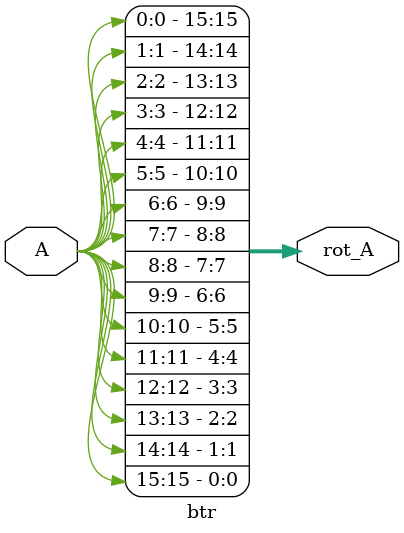
<source format=v>
module btr(A, rot_A);

input [15:0] A;
output wire [15:0] rot_A;

assign rot_A = {A[0],A[1],A[2],A[3],A[4],A[5],A[6],A[7],A[8],A[9],A[10],A[11],A[12],A[13],A[14],A[15]};

endmodule

</source>
